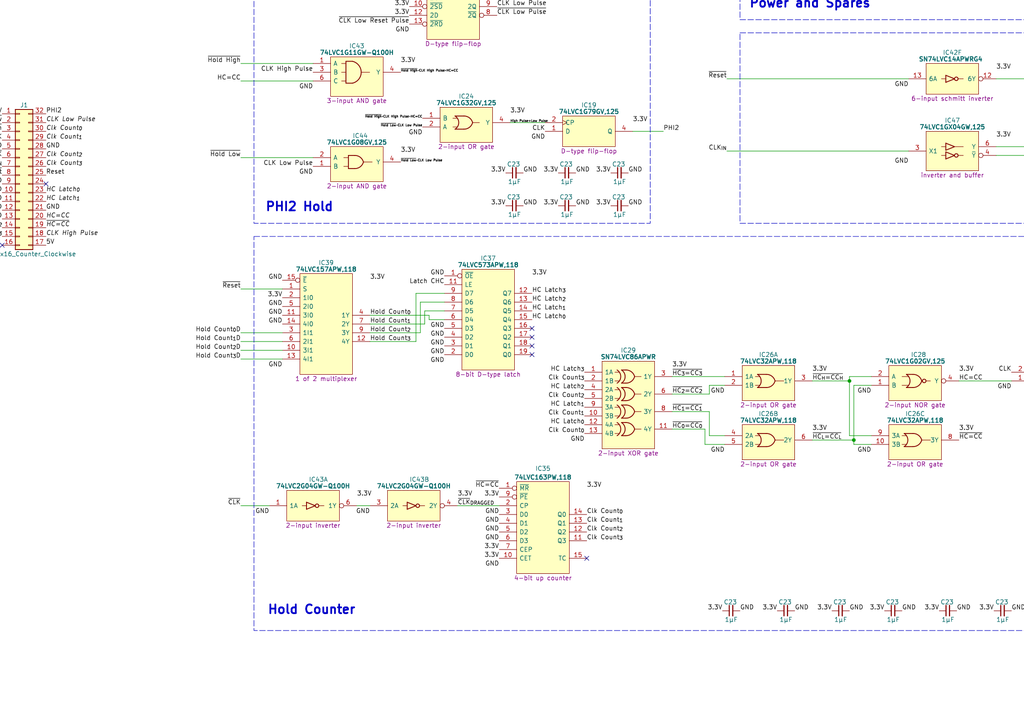
<source format=kicad_sch>
(kicad_sch (version 20230121) (generator eeschema)
  (paper "A4")
  (junction (at 247.65 127.635))
  (junction (at 248.92 -26.67))
  (junction (at 246.38 110.49))
  (junction (at 278.13 -26.67))
  (no_connect (at 154.305 102.87))
  (no_connect (at 154.305 95.25))
  (no_connect (at 320.04 -31.75))
  (no_connect (at 13.335 53.34))
  (no_connect (at 320.04 -14.605))
  (no_connect (at 154.305 100.33))
  (no_connect (at 0.635 71.12))
  (no_connect (at 154.305 97.79))
  (no_connect (at 274.32 -21.59))
  (no_connect (at 170.18 161.925))
  (wire (pts (xy 120.65 85.09) (xy 128.905 85.09)))
  (wire (pts (xy 330.2 90.17) (xy 334.01 90.17)))
  (wire (pts (xy 333.375 45.085) (xy 288.925 45.085)))
  (wire (pts (xy 121.92 87.63) (xy 128.905 87.63)))
  (wire (pts (xy 205.74 114.3) (xy 205.74 111.76)))
  (wire (pts (xy 85.725 -0.635) (xy 118.745 -0.635)))
  (wire (pts (xy 126.365 -23.495) (xy 133.985 -23.495)))
  (wire (pts (xy 205.74 119.38) (xy 205.74 126.365)))
  (wire (pts (xy 330.2 119.38) (xy 334.01 119.38)))
  (wire (pts (xy 69.85 23.495) (xy 90.805 23.495)))
  (wire (pts (xy 69.85 45.72) (xy 90.805 45.72)))
  (wire (pts (xy 318.77 109.22) (xy 319.405 109.22)))
  (wire (pts (xy 69.85 -4.445) (xy 85.725 -4.445)))
  (wire (pts (xy 235.585 127.635) (xy 247.65 127.635)))
  (wire (pts (xy 107.315 93.98) (xy 123.19 93.98)))
  (wire (pts (xy 124.46 92.71) (xy 128.905 92.71)))
  (wire (pts (xy 233.68 -21.59) (xy 234.95 -21.59)))
  (wire (pts (xy 188.595 -5.08) (xy 192.405 -5.08)))
  (wire (pts (xy 85.725 -10.795) (xy 118.745 -10.795)))
  (wire (pts (xy 103.505 146.685) (xy 107.315 146.685)))
  (wire (pts (xy 330.2 87.63) (xy 334.01 87.63)))
  (wire (pts (xy 205.74 126.365) (xy 210.185 126.365)))
  (wire (pts (xy 330.2 149.225) (xy 334.01 149.225)))
  (wire (pts (xy 204.47 128.905) (xy 210.185 128.905)))
  (wire (pts (xy 120.65 99.06) (xy 120.65 85.09)))
  (wire (pts (xy 330.2 156.845) (xy 334.01 156.845)))
  (wire (pts (xy 205.74 111.76) (xy 210.185 111.76)))
  (wire (pts (xy 246.38 110.49) (xy 235.585 110.49)))
  (wire (pts (xy 330.2 151.765) (xy 334.01 151.765)))
  (wire (pts (xy 233.68 -26.67) (xy 248.92 -26.67)))
  (wire (pts (xy 121.92 96.52) (xy 121.92 87.63)))
  (wire (pts (xy 194.945 114.3) (xy 205.74 114.3)))
  (wire (pts (xy 147.955 35.56) (xy 158.115 35.56)))
  (wire (pts (xy 85.725 -6.985) (xy 85.725 -10.795)))
  (wire (pts (xy 69.85 96.52) (xy 81.915 96.52)))
  (wire (pts (xy 247.65 111.76) (xy 247.65 127.635)))
  (wire (pts (xy 192.405 38.1) (xy 183.515 38.1)))
  (wire (pts (xy 248.92 -26.67) (xy 248.92 -24.13)))
  (wire (pts (xy 126.365 -40.005) (xy 133.985 -40.005)))
  (wire (pts (xy 330.2 85.09) (xy 334.01 85.09)))
  (wire (pts (xy 252.73 128.905) (xy 247.65 128.905)))
  (wire (pts (xy 107.315 96.52) (xy 121.92 96.52)))
  (wire (pts (xy 330.2 92.71) (xy 334.01 92.71)))
  (wire (pts (xy 107.315 99.06) (xy 120.65 99.06)))
  (wire (pts (xy 246.38 110.49) (xy 246.38 126.365)))
  (wire (pts (xy 274.32 -26.67) (xy 278.13 -26.67)))
  (wire (pts (xy 69.85 99.06) (xy 81.915 99.06)))
  (wire (pts (xy 252.73 126.365) (xy 246.38 126.365)))
  (wire (pts (xy 124.46 91.44) (xy 124.46 92.71)))
  (wire (pts (xy 210.82 43.815) (xy 263.525 43.815)))
  (wire (pts (xy 204.47 124.46) (xy 204.47 128.905)))
  (wire (pts (xy 188.595 -7.62) (xy 192.405 -7.62)))
  (wire (pts (xy 132.715 146.685) (xy 144.78 146.685)))
  (wire (pts (xy 333.375 42.545) (xy 288.925 42.545)))
  (wire (pts (xy 210.82 22.86) (xy 263.525 22.86)))
  (wire (pts (xy 69.85 146.685) (xy 78.105 146.685)))
  (wire (pts (xy 85.725 -4.445) (xy 85.725 -0.635)))
  (wire (pts (xy 278.13 -26.67) (xy 283.21 -26.67)))
  (wire (pts (xy 123.19 93.98) (xy 123.19 90.17)))
  (wire (pts (xy 330.2 116.84) (xy 334.01 116.84)))
  (wire (pts (xy 69.85 104.14) (xy 81.915 104.14)))
  (wire (pts (xy 247.65 128.905) (xy 247.65 127.635)))
  (wire (pts (xy 252.73 111.76) (xy 247.65 111.76)))
  (wire (pts (xy 194.945 109.22) (xy 210.185 109.22)))
  (wire (pts (xy 246.38 109.22) (xy 246.38 110.49)))
  (wire (pts (xy 204.47 124.46) (xy 194.945 124.46)))
  (wire (pts (xy 233.68 -26.67) (xy 233.68 -21.59)))
  (wire (pts (xy 333.375 22.86) (xy 288.925 22.86)))
  (wire (pts (xy 69.85 18.415) (xy 90.805 18.415)))
  (wire (pts (xy 278.13 -21.59) (xy 278.13 -26.67)))
  (wire (pts (xy 330.2 154.305) (xy 334.01 154.305)))
  (wire (pts (xy 69.85 -6.985) (xy 85.725 -6.985)))
  (wire (pts (xy 246.38 109.22) (xy 252.73 109.22)))
  (wire (pts (xy 69.85 101.6) (xy 81.915 101.6)))
  (wire (pts (xy 107.315 91.44) (xy 124.46 91.44)))
  (wire (pts (xy 278.13 110.49) (xy 293.37 110.49)))
  (wire (pts (xy 194.945 119.38) (xy 205.74 119.38)))
  (wire (pts (xy 123.19 90.17) (xy 128.905 90.17)))
  (wire (pts (xy 69.85 83.82) (xy 81.915 83.82)))
  (rectangle (start 214.63 9.525) (end 329.565 64.77) (stroke (width 0) (type dash)))
  (rectangle (start 73.66 68.58) (end 330.2 182.88) (stroke (width 0) (type dash)))
  (rectangle (start 214.63 -49.53) (end 329.565 5.715) (stroke (width 0) (type dash)))
  (rectangle (start 73.66 -49.53) (end 188.595 64.77) (stroke (width 0) (type dash)))
  (text "Hold Counter" (at 77.47 178.435 0) (effects (font (size 2.54 2.54) (thickness 0.508) bold) (justify left bottom)))
  (text "PHI2 Hold" (at 76.835 61.595 0) (effects (font (size 2.54 2.54) (thickness 0.508) bold) (justify left bottom)))
  (text "Power and Spares" (at 217.17 2.54 0) (effects (font (size 2.54 2.54) (thickness 0.508) bold) (justify left bottom)))
  (label "5V" (at 233.68 -26.67 180))
  (label "~{CLK High Pulse}" (at 100.965 -40.005 180))
  (label "HC=CC" (at 69.85 23.495 180))
  (label "3.3V" (at 126.365 -42.545 0))
  (label "GND" (at 230.505 177.165 0))
  (label "GND" (at 293.37 177.165 0))
  (label "CLK Low Pulse" (at 90.805 48.26 180))
  (label "GND" (at 78.105 149.225 180))
  (label "HC=CC" (at 13.335 63.5 0) (effects (font italic)))
  (label "3.3V" (at 144.78 161.925 180))
  (label "GND" (at 128.905 105.41 180))
  (label "HC Latch_{3}" (at 154.305 85.09 0))
  (label "3.3V" (at 118.745 -5.715 180))
  (label "GND" (at 128.905 100.33 180))
  (label "~{Hold High}·CLK High Pulse·HC=CC" (at 122.555 34.29 180) (effects (font (size 0.635 0.635))))
  (label "GND" (at 133.985 -20.955 180))
  (label "HC Latch_{1}" (at 13.335 58.42 0) (effects (font italic)))
  (label "Clk Count_{0}" (at 13.335 38.1 0) (effects (font italic)))
  (label "HC Latch_{2}" (at 154.305 87.63 0))
  (label "~{CLK}" (at 333.375 45.085 0))
  (label "HC Latch_{3}" (at 169.545 107.95 180))
  (label "~{Reset}" (at 0.635 50.8 180))
  (label "~{Hold Low}·CLK Low Pulse" (at 122.555 36.83 180) (effects (font (size 0.635 0.635))))
  (label "GND" (at 100.965 -37.465 180))
  (label "3.3V" (at 146.685 59.69 180))
  (label "GND" (at 128.905 102.87 180))
  (label "Reset" (at 333.375 22.86 0))
  (label "GND" (at 263.525 47.625 180))
  (label "CLK L.P." (at 126.365 -23.495 0))
  (label "Clk Count_{2}" (at 170.18 154.305 0))
  (label "3.3V" (at 235.585 107.95 0))
  (label "GND" (at 182.245 50.165 0))
  (label "GND" (at 128.905 80.01 180))
  (label "High Pulse+Low Pulse" (at 147.955 35.56 0) (effects (font (size 0.635 0.635))))
  (label "3.3V" (at 154.305 80.01 0))
  (label "GND" (at 210.185 114.3 180))
  (label "GND" (at 118.745 9.525 180))
  (label "3.3V" (at 116.205 18.415 0))
  (label "3.3V" (at 194.945 106.68 0))
  (label "~{CLK}" (at 69.85 146.685 180))
  (label "GND" (at 90.805 50.8 180))
  (label "3.3V" (at 272.415 177.165 180))
  (label "~{HC_{1}=CC_{1}}" (at 194.945 119.38 0))
  (label "GND" (at 210.185 131.445 180))
  (label "CLK High Pulse" (at 13.335 68.58 0) (effects (font italic)))
  (label "GND" (at 246.38 177.165 0))
  (label "3.3V" (at 107.315 81.28 0))
  (label "GND" (at 252.73 114.3 180))
  (label "3.3V" (at 144.78 144.145 180))
  (label "~{CLK Low Pulse}" (at 100.965 -23.495 180))
  (label "Clk Count_{3}" (at 170.18 156.845 0))
  (label "HC Latch_{3}" (at 0.635 68.58 180) (effects (font italic)))
  (label "CLK" (at 293.37 107.95 180))
  (label "3.3V" (at 288.925 20.32 0))
  (label "HC=CC" (at 334.01 116.84 0))
  (label "HC=CC" (at 278.13 110.49 0))
  (label "GND" (at 144.78 151.765 180))
  (label "Hold Count_{0}" (at 107.315 91.44 0))
  (label "~{HC=CC}" (at 278.13 127.635 0))
  (label "~{Hold High}·CLK High Pulse·HC=CC" (at 116.205 20.955 0) (effects (font (size 0.635 0.635))))
  (label "CLK" (at 0.635 40.64 180))
  (label "Clk Count_{0}" (at 169.545 125.73 180))
  (label "HC Latch_{1}" (at 154.305 90.17 0))
  (label "GND" (at 294.64 -29.21 180))
  (label "GND" (at 144.78 149.225 180))
  (label "GND" (at 122.555 39.37 180))
  (label "GND" (at 167.005 59.69 0))
  (label "Clk Count_{1}" (at 334.01 151.765 0))
  (label "Clk Count_{0}" (at 170.18 149.225 0))
  (label "GND" (at 294.64 -13.335 180))
  (label "3.3V" (at 256.54 177.165 180))
  (label "CLK High Pulse" (at 144.145 -8.255 0))
  (label "HC Latch_{0}" (at 13.335 55.88 0) (effects (font italic)))
  (label "HC Latch_{2}" (at 0.635 66.04 180) (effects (font italic)))
  (label "HC Latch_{3}" (at 334.01 85.09 0))
  (label "~{Hold Low}" (at 0.635 35.56 180))
  (label "3.3V" (at 235.585 125.095 0))
  (label "3.3V" (at 318.135 59.055 180))
  (label "GND" (at 151.765 59.69 0))
  (label "~{Hold High}" (at 69.85 18.415 180))
  (label "3.3V" (at 288.29 177.165 180))
  (label "3.3V" (at 146.685 50.165 180))
  (label "~{CLK High Pulse}" (at 144.145 -5.715 0))
  (label "Hold Count_{3}" (at 107.315 99.06 0))
  (label "~{Reset}" (at 210.82 22.86 180))
  (label "GND" (at 323.85 177.165 0))
  (label "~{Hold Low}" (at 69.85 45.72 180))
  (label "~{HC_{2}=CC_{2}}" (at 194.945 114.3 0))
  (label "CLK Low Pulse" (at 192.405 -5.08 0))
  (label "3.3V" (at 241.3 177.165 180))
  (label "GND" (at 283.21 -21.59 0))
  (label "3.3V" (at 144.78 159.385 180))
  (label "Hold Count_{2}D" (at 69.85 101.6 180))
  (label "~{Hold High}" (at 0.635 38.1 180))
  (label "3.3V" (at 147.955 33.02 0))
  (label "GND" (at 277.495 177.165 0))
  (label "CLK" (at 69.85 -6.985 180))
  (label "3.3V" (at 161.925 50.165 180))
  (label "HC Latch_{2}" (at 169.545 113.03 180))
  (label "Clk Count_{0}" (at 334.01 149.225 0))
  (label "3.3V" (at 303.53 177.165 180))
  (label "GND" (at 167.005 50.165 0))
  (label "Hold Count_{3}D" (at 0.635 63.5 180))
  (label "5V" (at 13.335 71.12 0))
  (label "PHI2" (at 13.335 33.02 0))
  (label "3.3V" (at 318.77 177.165 180))
  (label "GND" (at 128.905 95.25 180))
  (label "Clk Count_{3}" (at 334.01 156.845 0))
  (label "Hold Count_{2}D" (at 0.635 58.42 180))
  (label "3.3V" (at 320.04 -34.29 0))
  (label "GND" (at 248.92 -21.59 180))
  (label "3.3V" (at 81.915 86.36 180))
  (label "GND" (at 100.965 -20.955 180))
  (label "GND" (at 107.315 149.225 180))
  (label "CLK Low Pulse" (at 144.145 1.905 0))
  (label "GND" (at 263.525 25.4 180))
  (label "CLK" (at 158.115 38.1 180))
  (label "GND" (at 151.765 50.165 0))
  (label "Hold Count_{1}D" (at 69.85 99.06 180))
  (label "Latch CHC" (at 319.405 109.22 0))
  (label "GND" (at 158.115 40.64 180))
  (label "GND" (at 323.215 59.055 0))
  (label "3.3V" (at 288.925 40.005 0))
  (label "GND" (at 133.985 -37.465 180))
  (label "Clk Count_{1}" (at 169.545 120.65 180))
  (label "~{HC_{0}=CC_{0}}" (at 194.945 124.46 0))
  (label "~{CLK}" (at 69.85 -4.445 180))
  (label "3.3V" (at 126.365 -26.035 0))
  (label "GND" (at 169.545 128.27 180))
  (label "CLK High Pulse" (at 192.405 -7.62 0))
  (label "GND" (at 144.78 154.305 180))
  (label "5V" (at 0.635 33.02 180))
  (label "3.3V" (at 103.505 144.145 0))
  (label "GND" (at 81.915 91.44 180))
  (label "3.3V" (at 159.385 -42.545 0))
  (label "CLK High Pulse" (at 90.805 20.955 180))
  (label "GND" (at 308.61 177.165 0))
  (label "3.3V" (at 225.425 177.165 180))
  (label "HC Latch_{1}" (at 334.01 90.17 0))
  (label "Hold Count_{0}D" (at 0.635 53.34 180))
  (label "GND" (at 13.335 43.18 0))
  (label "CLK_{IN}" (at 210.82 43.815 180))
  (label "Hold Count_{2}" (at 107.315 96.52 0))
  (label "Clk Count_{1}" (at 170.18 151.765 0))
  (label "CLK" (at 333.375 42.545 0))
  (label "3.3V" (at 118.745 4.445 180))
  (label "GND" (at 81.915 106.68 180))
  (label "Latch CHC" (at 128.905 82.55 180))
  (label "~{CLK}" (at 0.635 45.72 180))
  (label "3.3V" (at 144.145 -10.795 0))
  (label "HC Latch_{0}" (at 169.545 123.19 180))
  (label "Clk Count_{3}" (at 13.335 48.26 0) (effects (font italic)))
  (label "PHI2" (at 192.405 38.1 0))
  (label "GND" (at 214.63 177.165 0))
  (label "Clk Count_{2}" (at 169.545 115.57 180))
  (label "GND" (at 240.03 -21.59 0))
  (label "3.3V" (at 283.21 -26.67 0))
  (label "3.3V" (at 318.77 106.68 0))
  (label "3.3V" (at 278.13 107.95 0))
  (label "~{CLK High Reset Pulse}" (at 159.385 -40.005 0))
  (label "GND" (at 261.62 177.165 0))
  (label "Hold Count_{1}D" (at 0.635 55.88 180))
  (label "Clk Count_{3}" (at 169.545 110.49 180))
  (label "3.3V" (at 116.205 44.45 0))
  (label "3.3V" (at 278.13 125.095 0))
  (label "3.3V" (at 159.385 -26.035 0))
  (label "GND" (at 144.78 164.465 180))
  (label "~{HC_{H}=CC_{H}}" (at 235.585 110.49 0))
  (label "3.3V" (at 132.715 144.145 0))
  (label "GND" (at 13.335 60.96 0))
  (label "Hold Count_{0}D" (at 69.85 96.52 180))
  (label "~{Reset}" (at 69.85 83.82 180))
  (label "GND" (at 81.915 93.98 180))
  (label "GND" (at 81.915 81.28 180))
  (label "3.3V" (at 118.745 -8.255 180))
  (label "~{CLK Low Reset Pulse}" (at 118.745 6.985 180))
  (label "GND" (at 294.64 -10.795 180))
  (label "3.3V" (at 161.925 59.69 180))
  (label "HC Latch_{0}" (at 334.01 92.71 0))
  (label "GND" (at 128.905 97.79 180))
  (label "HC Latch_{1}" (at 169.545 118.11 180))
  (label "~{HC=CC}" (at 13.335 66.04 0) (effects (font italic)))
  (label "GND" (at 294.64 -15.875 180))
  (label "3.3V" (at 177.165 59.69 180))
  (label "HC Latch_{2}" (at 334.01 87.63 0))
  (label "~{HC_{3}=CC_{3}}" (at 194.945 109.22 0))
  (label "3.3V" (at 118.745 1.905 180))
  (label "CLK Low Pulse" (at 13.335 35.56 0) (effects (font italic)))
  (label "GND" (at 144.78 156.845 180))
  (label "3.3V" (at 209.55 177.165 180))
  (label "GND" (at 293.37 113.03 180))
  (label "3.3V" (at 320.04 -17.145 0))
  (label "GND" (at 90.805 26.035 180))
  (label "CLK H.P." (at 126.365 -40.005 0))
  (label "~{CLK}_{DRAGGED}" (at 132.715 146.685 0))
  (label "3.3V" (at 183.515 35.56 0))
  (label "~{CLK Low Pulse}" (at 144.145 4.445 0))
  (label "~{HC_{L}=CC_{L}}" (at 235.585 127.635 0))
  (label "Clk Count_{1}" (at 13.335 40.64 0) (effects (font italic)))
  (label "GND" (at 81.915 88.9 180))
  (label "HC Latch_{0}" (at 154.305 92.71 0))
  (label "Clk Count_{2}" (at 13.335 45.72 0) (effects (font italic)))
  (label "~{CLK Low Reset Pulse}" (at 159.385 -23.495 0))
  (label "GND" (at 0.635 43.18 180))
  (label "Hold Count_{1}" (at 107.315 93.98 0))
  (label "Reset" (at 13.335 50.8 0))
  (label "3.3V" (at 177.165 50.165 180))
  (label "~{HC=CC}" (at 144.78 141.605 180))
  (label "~{Hold Low}·CLK Low Pulse" (at 116.205 46.99 0) (effects (font (size 0.635 0.635))))
  (label "~{CLK High Reset Pulse}" (at 118.745 -3.175 180))
  (label "GND" (at 0.635 60.96 180))
  (label "GND" (at 252.73 131.445 180))
  (label "~{HC=CC}" (at 334.01 119.38 0))
  (label "GND" (at 294.64 -31.75 180))
  (label "Clk Count_{2}" (at 334.01 154.305 0))
  (label "GND" (at 182.245 59.69 0))
  (label "3.3V" (at 170.18 141.605 0))
  (label "Hold Count_{3}D" (at 69.85 104.14 180))
  (label "CLK_{IN}" (at 0.635 48.26 180))
  (symbol (lib_id "HCP65:C_0805") (at 146.685 50.165 0) (unit 1)
    (property "Reference" "C23" (at 148.971 47.625 0))
    (property "Value" "1μF" (at 149.225 52.705 0))
    (property "Footprint" "SamacSys_Parts:C_0805" (effects hide))
    (instances (project "Pico Sound" (path "" (reference "C23") (unit 1))) (project "MPU Breakout" (path "" (reference "C1") (unit 1)) (path "" (reference "C19") (unit 1)) (path "" (reference "C47") (unit 1))))
  )
  (symbol (lib_id "Nexperia:74LVC1G02GV,125") (at 252.73 109.22 0) (unit 1)
    (property "Reference" "IC28" (at 264.16 102.87 0) (effects (justify left)))
    (property "Value" "74LVC1G02GV,125" (at 256.54 104.775 0) (effects (font bold) (justify left)))
    (property "Footprint" "SOT95P275X110-5N" (effects hide))
    (property "Datasheet" "https://assets.nexperia.com/documents/data-sheet/74LVC1G02.pdf" (effects hide))
    (property "Description" "2-input NOR gate" (at 256.54 117.475 0) (effects (justify left)))
    (property "Height" "1.1" (effects hide))
    (property "Manufacturer_Name" "Nexperia" (effects hide))
    (property "Manufacturer_Part_Number" "74LVC1G02GV,125" (effects hide))
    (property "Mouser Part Number" "771-LVC1G02GV125" (effects hide))
    (property "Mouser Price/Stock" "https://www.mouser.co.uk/ProductDetail/Nexperia/74LVC1G02GV125?qs=me8TqzrmIYX6GMf4PLx9gg%3D%3D" (effects hide))
    (property "Silkscreen" "'1G02" (effects hide))
  )
  (symbol (lib_id "Nexperia:74LVC32APW,118_Multi") (at 252.73 126.365 0) (unit 3)
    (property "Reference" "IC26" (at 265.43 120.015 0))
    (property "Value" "74LVC32APW,118" (at 265.43 121.92 0) (effects (font bold)))
    (property "Footprint" "SOP65P640X110-14N" (effects hide))
    (property "Datasheet" "https://assets.nexperia.com/documents/data-sheet/74LVC32A.pdf" (effects hide))
    (property "Description" "2-input OR gate" (at 265.43 134.62 0))
    (property "Height" "1.1" (effects hide))
    (property "Manufacturer_Name" "Nexperia" (effects hide))
    (property "Manufacturer_Part_Number" "74LVC32APW,118" (effects hide))
    (property "Mouser Part Number" "771-74LVC32APW-T" (effects hide))
    (property "Mouser Price/Stock" "https://www.mouser.com/Search/Refine.aspx?Keyword=771-74LVC32APW-T" (effects hide))
    (property "Silkscreen" "74LVC32APW" (effects hide))
  )
  (symbol (lib_id "Nexperia:74LVC32APW,118_Multi") (at 210.185 109.22 0) (unit 1)
    (property "Reference" "IC26" (at 222.885 102.87 0))
    (property "Value" "74LVC32APW,118" (at 222.885 104.775 0) (effects (font bold)))
    (property "Footprint" "SOP65P640X110-14N" (effects hide))
    (property "Datasheet" "https://assets.nexperia.com/documents/data-sheet/74LVC32A.pdf" (effects hide))
    (property "Description" "2-input OR gate" (at 222.885 117.475 0))
    (property "Height" "1.1" (effects hide))
    (property "Manufacturer_Name" "Nexperia" (effects hide))
    (property "Manufacturer_Part_Number" "74LVC32APW,118" (effects hide))
    (property "Mouser Part Number" "771-74LVC32APW-T" (effects hide))
    (property "Mouser Price/Stock" "https://www.mouser.com/Search/Refine.aspx?Keyword=771-74LVC32APW-T" (effects hide))
    (property "Silkscreen" "74LVC32APW" (effects hide))
  )
  (symbol (lib_id "Nexperia:74LVC1GX04GW,125") (at 263.525 40.005 0) (unit 1)
    (property "Reference" "IC47" (at 276.225 34.925 0))
    (property "Value" "74LVC1GX04GW,125" (at 276.225 36.83 0) (effects (font bold)))
    (property "Footprint" "SOP65P210X110-6N" (effects hide))
    (property "Datasheet" "https://assets.nexperia.com/documents/data-sheet/74LVC1GX04.pdf" (effects hide))
    (property "Description" "inverter and buffer" (at 276.225 50.8 0))
    (property "Height" "1.1" (effects hide))
    (property "Manufacturer_Name" "Nexperia" (effects hide))
    (property "Manufacturer_Part_Number" "74LVC1GX04GW,125" (effects hide))
    (property "Mouser Part Number" "771-74LVC1GX04GW-G" (effects hide))
    (property "Mouser Price/Stock" "https://www.mouser.co.uk/ProductDetail/Nexperia/74LVC1GX04GW125?qs=me8TqzrmIYXdz6qx7bR6zQ%3D%3D" (effects hide))
    (property "Silkscreen" "'1GX04" (effects hide))
  )
  (symbol (lib_id "HCP65:C_0805") (at 177.165 50.165 0) (unit 1)
    (property "Reference" "C23" (at 179.451 47.625 0))
    (property "Value" "1μF" (at 179.705 52.705 0))
    (property "Footprint" "SamacSys_Parts:C_0805" (effects hide))
    (instances (project "Pico Sound" (path "" (reference "C23") (unit 1))) (project "MPU Breakout" (path "" (reference "C1") (unit 1)) (path "" (reference "C19") (unit 1)) (path "" (reference "C21") (unit 1))))
  )
  (symbol (lib_id "Nexperia:74LVC1G32GV,125") (at 122.555 34.29 0) (unit 1)
    (property "Reference" "IC24" (at 135.255 27.94 0))
    (property "Value" "74LVC1G32GV,125" (at 135.255 29.845 0) (effects (font bold)))
    (property "Footprint" "SOT95P275X110-5N" (effects hide))
    (property "Datasheet" "https://assets.nexperia.com/documents/data-sheet/74LVC1G32.pdf" (effects hide))
    (property "Description" "2-input OR gate" (at 135.255 42.545 0))
    (property "Height" "1.1" (effects hide))
    (property "Manufacturer_Name" "Nexperia" (effects hide))
    (property "Manufacturer_Part_Number" "74LVC1G32GV,125" (effects hide))
    (property "Mouser Part Number" "771-LVC1G32GV125" (effects hide))
    (property "Mouser Price/Stock" "https://www.mouser.co.uk/ProductDetail/Nexperia/74LVC1G32GV125?qs=me8TqzrmIYXExQH4V9SARg%3D%3D" (effects hide))
    (property "Silkscreen" "'1G32" (effects hide))
    (instances (project "MPU Breakout" (path "" (reference "IC24") (unit 1)) (path "" (reference "IC27") (unit 1))))
  )
  (symbol (lib_id "HCP65:C_0805") (at 161.925 59.69 0) (unit 1)
    (property "Reference" "C23" (at 164.211 57.15 0))
    (property "Value" "1μF" (at 164.465 62.23 0))
    (property "Footprint" "SamacSys_Parts:C_0805" (effects hide))
    (instances (project "Pico Sound" (path "" (reference "C23") (unit 1))) (project "MPU Breakout" (path "" (reference "C1") (unit 1)) (path "" (reference "C19") (unit 1)) (path "" (reference "C22") (unit 1))))
  )
  (symbol (lib_id "Nexperia:74LVC32APW,118_Multi") (at 210.185 126.365 0) (unit 2)
    (property "Reference" "IC26" (at 222.885 120.015 0))
    (property "Value" "74LVC32APW,118" (at 222.885 121.92 0) (effects (font bold)))
    (property "Footprint" "SOP65P640X110-14N" (effects hide))
    (property "Datasheet" "https://assets.nexperia.com/documents/data-sheet/74LVC32A.pdf" (effects hide))
    (property "Description" "2-input OR gate" (at 222.885 134.62 0))
    (property "Height" "1.1" (effects hide))
    (property "Manufacturer_Name" "Nexperia" (effects hide))
    (property "Manufacturer_Part_Number" "74LVC32APW,118" (effects hide))
    (property "Mouser Part Number" "771-74LVC32APW-T" (effects hide))
    (property "Mouser Price/Stock" "https://www.mouser.com/Search/Refine.aspx?Keyword=771-74LVC32APW-T" (effects hide))
    (property "Silkscreen" "74LVC32APW" (effects hide))
  )
  (symbol (lib_id "Connector_Generic:Conn_02x16_Counter_Clockwise") (at 5.715 50.8 0) (unit 1)
    (property "Reference" "J1" (at 6.985 30.48 0))
    (property "Value" "Conn_02x16_Counter_Clockwise" (at 6.985 73.66 0))
    (property "Footprint" "SamacSys_Parts:DIP-32_Board_W22.86mm" (effects hide))
  )
  (symbol (lib_id "Nexperia:74LVC1G08GV,125") (at 90.805 45.085 0) (unit 1)
    (property "Reference" "IC44" (at 102.235 39.37 0) (effects (justify left)))
    (property "Value" "74LVC1G08GV,125" (at 103.505 41.275 0) (effects (font bold)))
    (property "Footprint" "SOT95P275X110-5N" (effects hide))
    (property "Datasheet" "https://assets.nexperia.com/documents/data-sheet/74LVC1G08.pdf" (effects hide))
    (property "Description" "2-input AND gate" (at 103.505 53.975 0))
    (property "Height" "1.1" (effects hide))
    (property "Manufacturer_Name" "Nexperia" (effects hide))
    (property "Manufacturer_Part_Number" "74LVC1G08GV,125" (effects hide))
    (property "Mouser Part Number" "771-74LVC1G08GV" (effects hide))
    (property "Mouser Price/Stock" "https://www.mouser.co.uk/ProductDetail/Nexperia/74LVC1G08GV125?qs=me8TqzrmIYXEnurJEPZc7A%3D%3D" (effects hide))
    (property "Arrow Part Number" "74LVC1G08GV,125" (effects hide))
    (property "Arrow Price/Stock" "https://www.arrow.com/en/products/74lvc1g08gv125/nexperia" (effects hide))
    (property "Silkscreen" "'1G08" (effects hide))
  )
  (symbol (lib_id "HCP65:C_0805") (at 234.95 -21.59 0) (unit 1)
    (property "Reference" "C27" (at 237.236 -24.13 0))
    (property "Value" "10μF" (at 237.49 -19.05 0))
    (property "Footprint" "SamacSys_Parts:C_0805" (effects hide))
    (instances (project "Pico Sound" (path "" (reference "C27") (unit 1))) (project "MPU Breakout" (path "" (reference "C7") (unit 1)) (path "" (reference "C41") (unit 1)) (path "" (reference "C43") (unit 1))))
  )
  (symbol (lib_id "Nexperia:74LVC32APW,118_Multi") (at 294.64 -15.875 0) (unit 4)
    (property "Reference" "IC26" (at 307.34 -22.225 0))
    (property "Value" "74LVC32APW,118" (at 307.34 -20.32 0) (effects (font bold)))
    (property "Footprint" "SOP65P640X110-14N" (effects hide))
    (property "Datasheet" "https://assets.nexperia.com/documents/data-sheet/74LVC32A.pdf" (effects hide))
    (property "Description" "2-input OR gate" (at 307.34 -7.62 0))
    (property "Height" "1.1" (effects hide))
    (property "Manufacturer_Name" "Nexperia" (effects hide))
    (property "Manufacturer_Part_Number" "74LVC32APW,118" (effects hide))
    (property "Mouser Part Number" "771-74LVC32APW-T" (effects hide))
    (property "Mouser Price/Stock" "https://www.mouser.com/Search/Refine.aspx?Keyword=771-74LVC32APW-T" (effects hide))
    (property "Silkscreen" "74LVC32APW" (effects hide))
  )
  (symbol (lib_id "HCP65:C_0805") (at 209.55 177.165 0) (unit 1)
    (property "Reference" "C23" (at 211.836 174.625 0))
    (property "Value" "1μF" (at 212.09 179.705 0))
    (property "Footprint" "SamacSys_Parts:C_0805" (effects hide))
    (instances (project "Pico Sound" (path "" (reference "C23") (unit 1))) (project "MPU Breakout" (path "" (reference "C1") (unit 1)) (path "" (reference "C19") (unit 1)) (path "" (reference "C29") (unit 1))))
  )
  (symbol (lib_id "HCP65:C_0805") (at 241.3 177.165 0) (unit 1)
    (property "Reference" "C23" (at 243.586 174.625 0))
    (property "Value" "1μF" (at 243.84 179.705 0))
    (property "Footprint" "SamacSys_Parts:C_0805" (effects hide))
    (instances (project "Pico Sound" (path "" (reference "C23") (unit 1))) (project "MPU Breakout" (path "" (reference "C1") (unit 1)) (path "" (reference "C19") (unit 1)) (path "" (reference "C26") (unit 1))))
  )
  (symbol (lib_id "Diodes_Inc:AP7365-33WG-7") (at 248.92 -26.67 0) (unit 1)
    (property "Reference" "IC2" (at 261.62 -31.75 0))
    (property "Value" "AP7365-33WG-7" (at 261.62 -29.845 0) (effects (font bold)))
    (property "Footprint" "SOT95P285X130-5N" (effects hide))
    (property "Datasheet" "https://componentsearchengine.com/Datasheets/1/AP7365-33WG-7.pdf" (effects hide))
    (property "Description" "3.3V LDO voltage regulator" (at 261.62 -18.415 0))
    (property "Height" "1.3" (effects hide))
    (property "Manufacturer_Name" "Diodes Inc." (effects hide))
    (property "Manufacturer_Part_Number" "AP7365-33WG-7" (effects hide))
    (property "Mouser Part Number" "621-AP7365-33WG-7" (effects hide))
    (property "Mouser Price/Stock" "https://www.mouser.co.uk/ProductDetail/Diodes-Incorporated/AP7365-33WG-7?qs=abZ1nkZpTuOZFvxvoFPL0w%3D%3D" (effects hide))
    (property "Arrow Part Number" "AP7365-33WG-7" (effects hide))
    (property "Arrow Price/Stock" "https://www.arrow.com/en/products/ap7365-33wg-7/diodes-incorporated?region=nac" (effects hide))
    (property "Silkscreen" "AP7365" (effects hide))
    (instances (project "Pico Sound" (path "" (reference "IC2") (unit 1))) (project "MPU Breakout" (path "" (reference "IC7") (unit 1)) (path "" (reference "IC36") (unit 1)) (path "" (reference "IC41") (unit 1))))
  )
  (symbol (lib_id "HCP65:C_0805") (at 278.13 -21.59 0) (unit 1)
    (property "Reference" "C27" (at 280.416 -24.13 0))
    (property "Value" "10μF" (at 280.67 -19.05 0))
    (property "Footprint" "SamacSys_Parts:C_0805" (effects hide))
    (instances (project "Pico Sound" (path "" (reference "C27") (unit 1))) (project "MPU Breakout" (path "" (reference "C7") (unit 1)) (path "" (reference "C42") (unit 1)) (path "" (reference "C44") (unit 1))))
  )
  (symbol (lib_id "Texas_Instruments:SN74LVC14APWRG4 _Multi") (at 133.985 -23.495 0) (unit 5)
    (property "Reference" "IC42" (at 146.685 -31.115 0))
    (property "Value" "SN74LVC14APWRG4 " (at 146.685 -29.21 0) (effects (font bold)))
    (property "Footprint" "SOP65P640X110-14N" (effects hide))
    (property "Datasheet" "https://www.ti.com/lit/ds/symlink/sn54lvc14a-sp.pdf?HQS=dis-mous-null-mousermode-dsf-pf-null-wwe&ts=1698388139196&ref_url=https%253A%252F%252Fwww.mouser.de%252F" (effects hide))
    (property "Description" "6-input schmitt inverter" (at 146.685 -17.78 0))
    (property "Height" "1.1" (effects hide))
    (property "Manufacturer_Name" "Nexperia" (effects hide))
    (property "Manufacturer_Part_Number" "SN74LVC14APWRG4 " (effects hide))
    (property "Mouser Part Number" "SN74LVC14APWRG4 " (effects hide))
    (property "Mouser Price/Stock" "https://www.mouser.co.uk/ProductDetail/Nexperia/74LVC04APW118?qs=me8TqzrmIYUA5zXidd9%2F4g%3D%3D" (effects hide))
    (property "Silkscreen" "74LVC14" (effects hide))
    (instances (project "MPU Breakout" (path "" (reference "IC42") (unit 5)) (path "" (reference "IC7") (unit 5))))
  )
  (symbol (lib_id "HCP65:C_0805") (at 225.425 177.165 0) (unit 1)
    (property "Reference" "C23" (at 227.711 174.625 0))
    (property "Value" "1μF" (at 227.965 179.705 0))
    (property "Footprint" "SamacSys_Parts:C_0805" (effects hide))
    (instances (project "Pico Sound" (path "" (reference "C23") (unit 1))) (project "MPU Breakout" (path "" (reference "C1") (unit 1)) (path "" (reference "C19") (unit 1)) (path "" (reference "C57") (unit 1))))
  )
  (symbol (lib_id "HCP65:C_0805") (at 146.685 59.69 0) (unit 1)
    (property "Reference" "C23" (at 148.971 57.15 0))
    (property "Value" "1μF" (at 149.225 62.23 0))
    (property "Footprint" "SamacSys_Parts:C_0805" (effects hide))
    (instances (project "Pico Sound" (path "" (reference "C23") (unit 1))) (project "MPU Breakout" (path "" (reference "C1") (unit 1)) (path "" (reference "C19") (unit 1)) (path "" (reference "C24") (unit 1))))
  )
  (symbol (lib_id "HCP65:C_0805") (at 256.54 177.165 0) (unit 1)
    (property "Reference" "C23" (at 258.826 174.625 0))
    (property "Value" "1μF" (at 259.08 179.705 0))
    (property "Footprint" "SamacSys_Parts:C_0805" (effects hide))
    (instances (project "Pico Sound" (path "" (reference "C23") (unit 1))) (project "MPU Breakout" (path "" (reference "C1") (unit 1)) (path "" (reference "C19") (unit 1)) (path "" (reference "C28") (unit 1))))
  )
  (symbol (lib_id "HCP65:C_0805") (at 303.53 177.165 0) (unit 1)
    (property "Reference" "C23" (at 305.816 174.625 0))
    (property "Value" "1μF" (at 306.07 179.705 0))
    (property "Footprint" "SamacSys_Parts:C_0805" (effects hide))
    (instances (project "Pico Sound" (path "" (reference "C23") (unit 1))) (project "MPU Breakout" (path "" (reference "C1") (unit 1)) (path "" (reference "C19") (unit 1)) (path "" (reference "C27") (unit 1))))
  )
  (symbol (lib_id "Texas_Instruments:SN74LVC14APWRG4 _Multi") (at 263.525 22.86 0) (unit 6)
    (property "Reference" "IC42" (at 276.225 15.24 0))
    (property "Value" "SN74LVC14APWRG4 " (at 276.225 17.145 0) (effects (font bold)))
    (property "Footprint" "SOP65P640X110-14N" (effects hide))
    (property "Datasheet" "https://www.ti.com/lit/ds/symlink/sn54lvc14a-sp.pdf?HQS=dis-mous-null-mousermode-dsf-pf-null-wwe&ts=1698388139196&ref_url=https%253A%252F%252Fwww.mouser.de%252F" (effects hide))
    (property "Description" "6-input schmitt inverter" (at 276.225 28.575 0))
    (property "Height" "1.1" (effects hide))
    (property "Manufacturer_Name" "Nexperia" (effects hide))
    (property "Manufacturer_Part_Number" "SN74LVC14APWRG4 " (effects hide))
    (property "Mouser Part Number" "SN74LVC14APWRG4 " (effects hide))
    (property "Mouser Price/Stock" "https://www.mouser.co.uk/ProductDetail/Nexperia/74LVC04APW118?qs=me8TqzrmIYUA5zXidd9%2F4g%3D%3D" (effects hide))
    (property "Silkscreen" "74LVC14" (effects hide))
    (instances (project "MPU Breakout" (path "" (reference "IC42") (unit 6)) (path "" (reference "IC7") (unit 6))))
  )
  (symbol (lib_id "HCP65:C_0805") (at 272.415 177.165 0) (unit 1)
    (property "Reference" "C23" (at 274.701 174.625 0))
    (property "Value" "1μF" (at 274.955 179.705 0))
    (property "Footprint" "SamacSys_Parts:C_0805" (effects hide))
    (instances (project "Pico Sound" (path "" (reference "C23") (unit 1))) (project "MPU Breakout" (path "" (reference "C1") (unit 1)) (path "" (reference "C19") (unit 1)) (path "" (reference "C48") (unit 1))))
  )
  (symbol (lib_id "HCP65:C_0805") (at 161.925 50.165 0) (unit 1)
    (property "Reference" "C23" (at 164.211 47.625 0))
    (property "Value" "1μF" (at 164.465 52.705 0))
    (property "Footprint" "SamacSys_Parts:C_0805" (effects hide))
    (instances (project "Pico Sound" (path "" (reference "C23") (unit 1))) (project "MPU Breakout" (path "" (reference "C1") (unit 1)) (path "" (reference "C19") (unit 1)) (path "" (reference "C20") (unit 1))))
  )
  (symbol (lib_id "Nexperia:74LVC74APW,118") (at 118.745 -10.795 0) (unit 1)
    (property "Reference" "IC7" (effects hide))
    (property "Value" "74LVC74APW,118" (at 131.445 -13.97 0) (effects (font bold)))
    (property "Footprint" "SOP65P640X110-14N" (effects hide))
    (property "Datasheet" "https://assets.nexperia.com/documents/data-sheet/74LVC74A.pdf" (effects hide))
    (property "Description" "D-type flip-flop" (at 131.445 12.7 0))
    (property "Height" "1.1" (effects hide))
    (property "Mouser Part Number" "771-74LVC74APW-T" (effects hide))
    (property "Mouser Price/Stock" "https://www.mouser.co.uk/ProductDetail/Nexperia/74LVC74APW118?qs=me8TqzrmIYVtXwVfet0lzw%3D%3D" (effects hide))
    (property "Manufacturer_Name" "Nexperia" (effects hide))
    (property "Manufacturer_Part_Number" "74LVC74APW,118" (effects hide))
    (property "Silkscreen" "74LVC74" (effects hide))
    (instances (project "MPU Breakout" (path "" (reference "IC7") (unit 1)) (path "" (reference "IC31") (unit 1))))
  )
  (symbol (lib_id "HCP65:C_0805") (at 177.165 59.69 0) (unit 1)
    (property "Reference" "C23" (at 179.451 57.15 0))
    (property "Value" "1μF" (at 179.705 62.23 0))
    (property "Footprint" "SamacSys_Parts:C_0805" (effects hide))
    (instances (project "Pico Sound" (path "" (reference "C23") (unit 1))) (project "MPU Breakout" (path "" (reference "C1") (unit 1)) (path "" (reference "C19") (unit 1)) (path "" (reference "C23") (unit 1))))
  )
  (symbol (lib_id "Nexperia:74LVC157APW,118") (at 81.915 81.28 0) (unit 1)
    (property "Reference" "IC39" (at 94.615 76.2 0))
    (property "Value" "74LVC157APW,118" (at 94.615 78.105 0) (effects (font bold)))
    (property "Footprint" "SOP65P640X110-16N" (effects hide))
    (property "Datasheet" "https://assets.nexperia.com/documents/data-sheet/74LVC157A.pdf" (effects hide))
    (property "Description" "1 of 2 multiplexer" (at 94.615 109.855 0))
    (property "Height" "1.1" (effects hide))
    (property "Mouser Part Number" "771-74LVC157APW-T" (effects hide))
    (property "Mouser Price/Stock" "https://www.mouser.co.uk/ProductDetail/Nexperia/74LVC157APW118?qs=me8TqzrmIYWzCqHfrjyLrQ%3D%3D" (effects hide))
    (property "Manufacturer_Name" "Nexperia" (effects hide))
    (property "Manufacturer_Part_Number" "74LVC157APW,118" (effects hide))
    (property "Silkscreen" "74LVC157" (effects hide))
    (instances (project "MPU Breakout" (path "" (reference "IC39") (unit 1)) (path "" (reference "IC30") (unit 1))))
  )
  (symbol (lib_id "Texas_Instruments:SN74LVC14APWRG4 _Multi") (at 133.985 -40.005 0) (unit 3)
    (property "Reference" "IC42" (at 146.685 -47.625 0))
    (property "Value" "SN74LVC14APWRG4 " (at 146.685 -45.72 0) (effects (font bold)))
    (property "Footprint" "SOP65P640X110-14N" (effects hide))
    (property "Datasheet" "https://www.ti.com/lit/ds/symlink/sn54lvc14a-sp.pdf?HQS=dis-mous-null-mousermode-dsf-pf-null-wwe&ts=1698388139196&ref_url=https%253A%252F%252Fwww.mouser.de%252F" (effects hide))
    (property "Description" "6-input schmitt inverter" (at 146.685 -34.29 0))
    (property "Height" "1.1" (effects hide))
    (property "Manufacturer_Name" "Nexperia" (effects hide))
    (property "Manufacturer_Part_Number" "SN74LVC14APWRG4 " (effects hide))
    (property "Mouser Part Number" "SN74LVC14APWRG4 " (effects hide))
    (property "Mouser Price/Stock" "https://www.mouser.co.uk/ProductDetail/Nexperia/74LVC04APW118?qs=me8TqzrmIYUA5zXidd9%2F4g%3D%3D" (effects hide))
    (property "Silkscreen" "74LVC14" (effects hide))
    (instances (project "MPU Breakout" (path "" (reference "IC42") (unit 3)) (path "" (reference "IC7") (unit 3))))
  )
  (symbol (lib_id "Nexperia:74LVC1G08GV,125") (at 293.37 107.315 0) (unit 1)
    (property "Reference" "IC51" (at 304.8 101.6 0) (effects (justify left)))
    (property "Value" "74LVC1G08GV,125" (at 306.07 103.505 0) (effects (font bold)))
    (property "Footprint" "SOT95P275X110-5N" (effects hide))
    (property "Datasheet" "https://assets.nexperia.com/documents/data-sheet/74LVC1G08.pdf" (effects hide))
    (property "Description" "2-input AND gate" (at 306.07 116.205 0))
    (property "Height" "1.1" (effects hide))
    (property "Manufacturer_Name" "Nexperia" (effects hide))
    (property "Manufacturer_Part_Number" "74LVC1G08GV,125" (effects hide))
    (property "Mouser Part Number" "771-74LVC1G08GV" (effects hide))
    (property "Mouser Price/Stock" "https://www.mouser.co.uk/ProductDetail/Nexperia/74LVC1G08GV125?qs=me8TqzrmIYXEnurJEPZc7A%3D%3D" (effects hide))
    (property "Arrow Part Number" "74LVC1G08GV,125" (effects hide))
    (property "Arrow Price/Stock" "https://www.arrow.com/en/products/74lvc1g08gv125/nexperia" (effects hide))
    (property "Silkscreen" "'1G08" (effects hide))
  )
  (symbol (lib_id "Texas_Instruments:SN74LVC14APWRG4 _Multi") (at 100.965 -40.005 0) (unit 2)
    (property "Reference" "IC42" (at 113.665 -47.625 0))
    (property "Value" "SN74LVC14APWRG4 " (at 113.665 -45.72 0) (effects (font bold)))
    (property "Footprint" "SOP65P640X110-14N" (effects hide))
    (property "Datasheet" "https://www.ti.com/lit/ds/symlink/sn54lvc14a-sp.pdf?HQS=dis-mous-null-mousermode-dsf-pf-null-wwe&ts=1698388139196&ref_url=https%253A%252F%252Fwww.mouser.de%252F" (effects hide))
    (property "Description" "6-input schmitt inverter" (at 113.665 -34.29 0))
    (property "Height" "1.1" (effects hide))
    (property "Manufacturer_Name" "Nexperia" (effects hide))
    (property "Manufacturer_Part_Number" "SN74LVC14APWRG4 " (effects hide))
    (property "Mouser Part Number" "SN74LVC14APWRG4 " (effects hide))
    (property "Mouser Price/Stock" "https://www.mouser.co.uk/ProductDetail/Nexperia/74LVC04APW118?qs=me8TqzrmIYUA5zXidd9%2F4g%3D%3D" (effects hide))
    (property "Silkscreen" "74LVC14" (effects hide))
    (instances (project "MPU Breakout" (path "" (reference "IC42") (unit 2)) (path "" (reference "IC7") (unit 2))))
  )
  (symbol (lib_id "Nexperia:74LVC2G04GW-Q100H_Multi") (at 78.105 146.685 0) (unit 1)
    (property "Reference" "IC43" (at 89.535 139.065 0) (effects (justify left)))
    (property "Value" "74LVC2G04GW-Q100H" (at 90.805 140.97 0) (effects (font bold)))
    (property "Footprint" "SOP65P210X110-6N" (effects hide))
    (property "Datasheet" "https://assets.nexperia.com/documents/data-sheet/74LVC2G04_Q100.pdf" (effects hide))
    (property "Description" "2-input inverter" (at 90.805 152.4 0))
    (property "Height" "1.1" (effects hide))
    (property "Manufacturer_Name" "Nexperia" (effects hide))
    (property "Manufacturer_Part_Number" "74LVC2G04GW-Q100H" (effects hide))
    (property "Mouser Part Number" "771-74LVC2G04GWQ100H" (effects hide))
    (property "Mouser Price/Stock" "https://www.mouser.co.uk/ProductDetail/Nexperia/74LVC2G04GW-Q100H?qs=Yna0arPQ0CQTXbBDVSrZqQ%3D%3D" (effects hide))
    (property "Silkscreen" "'2G04" (effects hide))
    (instances (project "MPU Breakout" (path "" (reference "IC43") (unit 1)) (path "" (reference "IC21") (unit 1))))
  )
  (symbol (lib_id "Texas_Instruments:SN74LVC14APWRG4 _Multi") (at 100.965 -23.495 0) (unit 4)
    (property "Reference" "IC42" (at 113.665 -31.115 0))
    (property "Value" "SN74LVC14APWRG4 " (at 113.665 -29.21 0) (effects (font bold)))
    (property "Footprint" "SOP65P640X110-14N" (effects hide))
    (property "Datasheet" "https://www.ti.com/lit/ds/symlink/sn54lvc14a-sp.pdf?HQS=dis-mous-null-mousermode-dsf-pf-null-wwe&ts=1698388139196&ref_url=https%253A%252F%252Fwww.mouser.de%252F" (effects hide))
    (property "Description" "6-input schmitt inverter" (at 113.665 -17.78 0))
    (property "Height" "1.1" (effects hide))
    (property "Manufacturer_Name" "Nexperia" (effects hide))
    (property "Manufacturer_Part_Number" "SN74LVC14APWRG4 " (effects hide))
    (property "Mouser Part Number" "SN74LVC14APWRG4 " (effects hide))
    (property "Mouser Price/Stock" "https://www.mouser.co.uk/ProductDetail/Nexperia/74LVC04APW118?qs=me8TqzrmIYUA5zXidd9%2F4g%3D%3D" (effects hide))
    (property "Silkscreen" "74LVC14" (effects hide))
    (instances (project "MPU Breakout" (path "" (reference "IC42") (unit 4)) (path "" (reference "IC7") (unit 4))))
  )
  (symbol (lib_id "Nexperia:74LVC573APW,118") (at 128.905 80.01 0) (unit 1)
    (property "Reference" "IC37" (at 141.605 74.93 0))
    (property "Value" "74LVC573APW,118" (at 141.605 76.835 0) (effects (font bold)))
    (property "Footprint" "SOP65P640X110-20N" (effects hide))
    (property "Datasheet" "https://assets.nexperia.com/documents/data-sheet/74LVC573A.pdf" (effects hide))
    (property "Description" "8-bit D-type latch" (at 141.605 108.585 0))
    (property "Height" "1.1" (effects hide))
    (property "Mouser Part Number" "771-74LVC573APW-T" (effects hide))
    (property "Mouser Price/Stock" "https://www.mouser.co.uk/ProductDetail/Nexperia/74LVC573APW118/?qs=me8TqzrmIYU4mlL%252B5pgpig%3D%3D" (effects hide))
    (property "Manufacturer_Name" "Nexperia" (effects hide))
    (property "Manufacturer_Part_Number" "74LVC573APW,118" (effects hide))
    (property "Silkscreen" "74LVC573" (effects hide))
    (instances (project "MPU Breakout" (path "" (reference "IC37") (unit 1)) (path "" (reference "IC22") (unit 1))))
  )
  (symbol (lib_id "Texas_Instruments:SN74LVC86APWR") (at 169.545 107.95 0) (unit 1)
    (property "Reference" "IC29" (at 182.245 101.6 0))
    (property "Value" "SN74LVC86APWR" (at 182.245 103.505 0) (effects (font bold)))
    (property "Footprint" "SOP65P640X120-14N" (effects hide))
    (property "Datasheet" "http://www.ti.com/lit/gpn/sn74lvc86a" (effects hide))
    (property "Description" "2-input XOR gate" (at 182.245 131.445 0))
    (property "Height" "1.2" (effects hide))
    (property "Manufacturer_Name" "Texas Instruments" (effects hide))
    (property "Manufacturer_Part_Number" "SN74LVC86APWR" (effects hide))
    (property "Mouser Part Number" "595-SN74LVC86APWR" (effects hide))
    (property "Mouser Price/Stock" "https://www.mouser.co.uk/ProductDetail/Texas-Instruments/SN74LVC86APWR?qs=afYny40WCj2afuoJbXcmyA%3D%3D" (effects hide))
    (property "Silkscreen" "74LVC86" (effects hide))
    (instances (project "MPU Breakout" (path "" (reference "IC29") (unit 1)) (path "" (reference "IC24") (unit 1))))
  )
  (symbol (lib_id "HCP65:C_0805") (at 288.29 177.165 0) (unit 1)
    (property "Reference" "C23" (at 290.576 174.625 0))
    (property "Value" "1μF" (at 290.83 179.705 0))
    (property "Footprint" "SamacSys_Parts:C_0805" (effects hide))
    (instances (project "Pico Sound" (path "" (reference "C23") (unit 1))) (project "MPU Breakout" (path "" (reference "C1") (unit 1)) (path "" (reference "C19") (unit 1)) (path "" (reference "C25") (unit 1))))
  )
  (symbol (lib_id "Texas_Instruments:SN74LVC14APWRG4 _Multi") (at 294.64 -31.75 0) (unit 1)
    (property "Reference" "IC42" (at 307.34 -39.37 0))
    (property "Value" "SN74LVC14APWRG4 " (at 307.34 -37.465 0) (effects (font bold)))
    (property "Footprint" "SOP65P640X110-14N" (effects hide))
    (property "Datasheet" "https://www.ti.com/lit/ds/symlink/sn54lvc14a-sp.pdf?HQS=dis-mous-null-mousermode-dsf-pf-null-wwe&ts=1698388139196&ref_url=https%253A%252F%252Fwww.mouser.de%252F" (effects hide))
    (property "Description" "6-input schmitt inverter" (at 307.34 -26.035 0))
    (property "Height" "1.1" (effects hide))
    (property "Manufacturer_Name" "Nexperia" (effects hide))
    (property "Manufacturer_Part_Number" "SN74LVC14APWRG4 " (effects hide))
    (property "Mouser Part Number" "SN74LVC14APWRG4 " (effects hide))
    (property "Mouser Price/Stock" "https://www.mouser.co.uk/ProductDetail/Nexperia/74LVC04APW118?qs=me8TqzrmIYUA5zXidd9%2F4g%3D%3D" (effects hide))
    (property "Silkscreen" "74LVC14" (effects hide))
    (instances (project "MPU Breakout" (path "" (reference "IC42") (unit 1)) (path "" (reference "IC7") (unit 1))))
  )
  (symbol (lib_id "Nexperia:74LVC1G79GV,125") (at 158.115 35.56 0) (unit 1)
    (property "Reference" "IC19" (at 170.815 30.48 0))
    (property "Value" "74LVC1G79GV,125" (at 170.815 32.385 0) (effects (font bold)))
    (property "Footprint" "SOT95P275X110-5N" (effects hide))
    (property "Datasheet" "https://assets.nexperia.com/documents/data-sheet/74LVC1G79.pdf" (effects hide))
    (property "Description" "D-type flip-flop" (at 170.815 43.815 0))
    (property "Height" "1.1" (effects hide))
    (property "Mouser Part Number" "771-LVC1G79GV125" (effects hide))
    (property "Mouser Price/Stock" "https://www.mouser.co.uk/ProductDetail/Nexperia/74LVC1G79GV125?qs=me8TqzrmIYWqrHOjaDavgg%3D%3D" (effects hide))
    (property "Manufacturer_Name" "Nexperia" (effects hide))
    (property "Manufacturer_Part_Number" "74LVC1G79GV,125" (effects hide))
    (property "Silkscreen" "'1G79" (effects hide))
    (instances (project "MPU Breakout" (path "" (reference "IC19") (unit 1)) (path "" (reference "IC29") (unit 1))))
  )
  (symbol (lib_id "Nexperia:74LVC2G04GW-Q100H_Multi") (at 107.315 146.685 0) (unit 2)
    (property "Reference" "IC43" (at 118.745 139.065 0) (effects (justify left)))
    (property "Value" "74LVC2G04GW-Q100H" (at 120.015 140.97 0) (effects (font bold)))
    (property "Footprint" "SOP65P210X110-6N" (effects hide))
    (property "Datasheet" "https://assets.nexperia.com/documents/data-sheet/74LVC2G04_Q100.pdf" (effects hide))
    (property "Description" "2-input inverter" (at 120.015 152.4 0))
    (property "Height" "1.1" (effects hide))
    (property "Manufacturer_Name" "Nexperia" (effects hide))
    (property "Manufacturer_Part_Number" "74LVC2G04GW-Q100H" (effects hide))
    (property "Mouser Part Number" "771-74LVC2G04GWQ100H" (effects hide))
    (property "Mouser Price/Stock" "https://www.mouser.co.uk/ProductDetail/Nexperia/74LVC2G04GW-Q100H?qs=Yna0arPQ0CQTXbBDVSrZqQ%3D%3D" (effects hide))
    (property "Silkscreen" "'2G04" (effects hide))
    (instances (project "MPU Breakout" (path "" (reference "IC43") (unit 2)) (path "" (reference "IC21") (unit 2))))
  )
  (symbol (lib_id "HCP65:C_0805") (at 318.135 59.055 0) (unit 1)
    (property "Reference" "C23" (at 320.421 56.515 0))
    (property "Value" "1μF" (at 320.675 61.595 0))
    (property "Footprint" "SamacSys_Parts:C_0805" (effects hide))
    (instances (project "Pico Sound" (path "" (reference "C23") (unit 1))) (project "MPU Breakout" (path "" (reference "C1") (unit 1)) (path "" (reference "C19") (unit 1)) (path "" (reference "C56") (unit 1))))
  )
  (symbol (lib_id "Nexperia:74LVC163PW,118") (at 144.78 141.605 0) (unit 1)
    (property "Reference" "IC35" (at 157.48 135.89 0))
    (property "Value" "74LVC163PW,118" (at 157.48 138.43 0) (effects (font bold)))
    (property "Footprint" "SOP65P640X110-16N" (effects hide))
    (property "Datasheet" "https://assets.nexperia.com/documents/data-sheet/74LVC163.pdf" (effects hide))
    (property "Description" "4-bit up counter" (at 157.48 167.64 0))
    (property "Height" "1.1" (effects hide))
    (property "Mouser Part Number" "771-74LVC163PW-T" (effects hide))
    (property "Mouser Price/Stock" "https://www.mouser.co.uk/ProductDetail/Nexperia/74LVC163PW118?qs=me8TqzrmIYUWRf9xrCNBjw%3D%3D" (effects hide))
    (property "Manufacturer_Name" "Nexperia" (effects hide))
    (property "Manufacturer_Part_Number" "74LVC163PW,118" (effects hide))
    (property "Silkscreen" "74LVC163" (effects hide))
    (instances (project "MPU Breakout" (path "" (reference "IC35") (unit 1)) (path "" (reference "IC23") (unit 1))))
  )
  (symbol (lib_id "HCP65:C_0805") (at 318.77 177.165 0) (unit 1)
    (property "Reference" "C23" (at 321.056 174.625 0))
    (property "Value" "1μF" (at 321.31 179.705 0))
    (property "Footprint" "SamacSys_Parts:C_0805" (effects hide))
    (instances (project "Pico Sound" (path "" (reference "C23") (unit 1))) (project "MPU Breakout" (path "" (reference "C1") (unit 1)) (path "" (reference "C19") (unit 1)) (path "" (reference "C30") (unit 1))))
  )
  (symbol (lib_id "Nexperia:74LVC1G11GW-Q100H") (at 90.805 18.415 0) (unit 1)
    (property "Reference" "IC43" (at 103.505 13.335 0))
    (property "Value" "74LVC1G11GW-Q100H" (at 103.505 15.24 0) (effects (font bold)))
    (property "Footprint" "SamacSys_Parts:SOP65P210X110-6N" (effects hide))
    (property "Datasheet" "https://assets.nexperia.com/documents/data-sheet/74LVC1G11_Q100.pdf" (effects hide))
    (property "Description" "3-input AND gate" (at 103.505 29.21 0))
    (property "Height" "1.1" (effects hide))
    (property "Manufacturer_Name" "Nexperia" (effects hide))
    (property "Manufacturer_Part_Number" "74LVC1G11GW-Q100H" (effects hide))
    (property "Mouser Part Number" "771-74LVC1G11GWQ100H" (effects hide))
    (property "Mouser Price/Stock" "https://www.mouser.co.uk/ProductDetail/Nexperia/74LVC1G11GW-Q100H?qs=cbprxTG2Yq8FEeh2WZ6ztg%3D%3D" (effects hide))
    (property "Silkscreen" "'1G11" (effects hide))
  )
)
</source>
